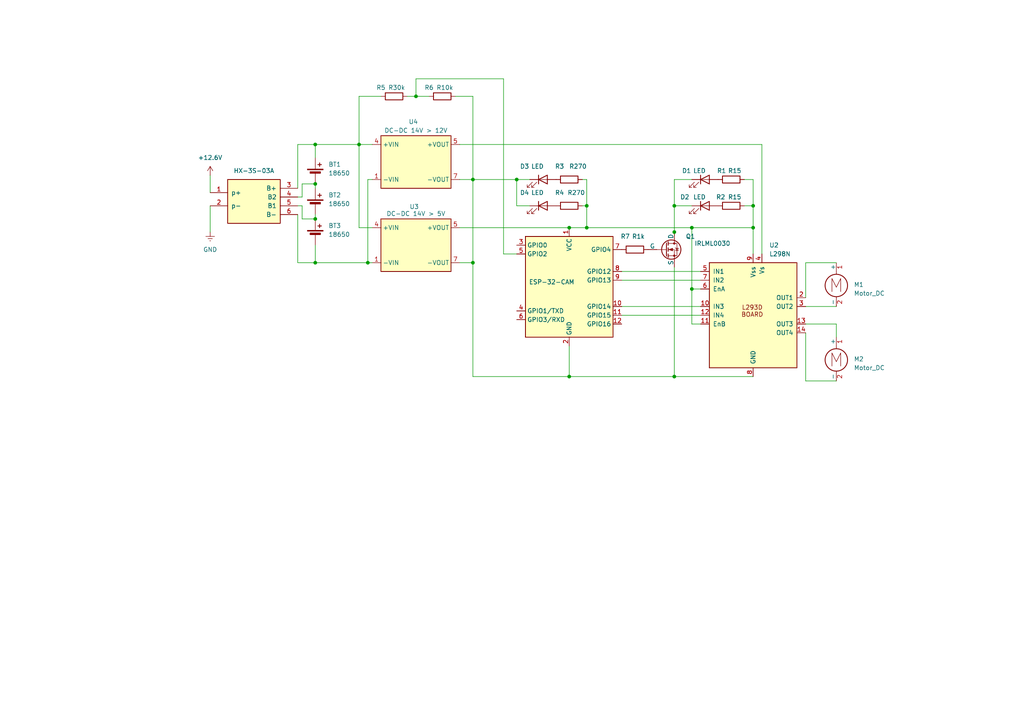
<source format=kicad_sch>
(kicad_sch (version 20250114) (generator "eeschema") (generator_version "9.0")
  (paper "A4")
  (lib_symbols
    (symbol "Battery_Management:BMS_3S_[custom]" (pin_names (offset 1.016))
      (property "Reference" "HX-3S-03" (at 0 7.62 0))
      (symbol "BMS_3S_[custom]_1_0"
        (pin input line (at -12.7 1.27 0) (length 5.08) (name "p+") (number "1"))
        (pin input line (at -12.7 -2.54 0) (length 5.08) (name "p-") (number "2"))
        (pin output line (at 12.7 2.54 180) (length 5.08) (name "B+") (number "3"))
        (pin output line (at 12.7 0 180) (length 5.08) (name "B2") (number "4"))
        (pin output line (at 12.7 -2.54 180) (length 5.08) (name "B1") (number "5"))
        (pin output line (at 12.7 -5.08 180) (length 5.08) (name "B-") (number "6"))
      )
      (symbol "BMS_3S_[custom]_1_1"
        (rectangle (start -7.62 5.08) (end 7.62 -7.62) (stroke (width 0.254)) (fill (type background)))
      )
      (symbol "BMS_3S_[custom]_2_0"
        (pin input clock (at -12.7 0 0) (length 5.08) (name "CK") (number "9"))
        (pin input line (at -12.7 -2.54 0) (length 5.08) (name "Reset") (number "15"))
        (pin input line (at -12.7 -5.08 0) (length 5.08) (name "Enable") (number "10"))
        (pin output line (at 12.7 2.54 180) (length 5.08) (name "Q1") (number "11"))
        (pin output line (at 12.7 0 180) (length 5.08) (name "Q2") (number "12"))
        (pin output line (at 12.7 -2.54 180) (length 5.08) (name "Q3") (number "13"))
        (pin output line (at 12.7 -5.08 180) (length 5.08) (name "Q4") (number "14"))
      )
      (symbol "BMS_3S_[custom]_2_1"
        (rectangle (start -7.62 5.08) (end 7.62 -7.62) (stroke (width 0.254)) (fill (type background)))
      )
      (symbol "BMS_3S_[custom]_3_0"
        (pin power_in line (at 0 12.7 270) (length 5.08) (name "VDD") (number "16"))
        (pin power_in line (at 0 -12.7 90) (length 5.08) (name "VSS") (number "8"))
      )
      (symbol "BMS_3S_[custom]_3_1"
        (rectangle (start -5.08 7.62) (end 5.08 -7.62) (stroke (width 0.254)) (fill (type background)))
      )
    )
    (symbol "Device:Battery_Cell" (pin_numbers (hide yes)) (pin_names (offset 0) (hide yes))
      (property "Reference" "BT" (at 2.54 2.54 0))
      (property "Value" "Battery_Cell" (at 2.54 0 0))
      (symbol "Battery_Cell_0_1"
        (rectangle (start -2.286 1.778) (end 2.286 1.524) (fill (type outline)))
        (rectangle (start -1.524 1.016) (end 1.524 0.508) (fill (type outline)))
        (polyline (pts (xy 0 1.778) (xy 0 2.54)))
        (polyline (pts (xy 0 0.762) (xy 0 0)))
        (polyline (pts (xy 0.762 3.048) (xy 1.778 3.048)) (stroke (width 0.254)))
        (polyline (pts (xy 1.27 3.556) (xy 1.27 2.54)) (stroke (width 0.254)))
      )
      (symbol "Battery_Cell_1_1"
        (pin passive line (at 0 5.08 270) (length 2.54) (name "+") (number "1"))
        (pin passive line (at 0 -2.54 90) (length 2.54) (name "-") (number "2"))
      )
    )
    (symbol "Device:LED" (pin_numbers (hide yes)) (pin_names (offset 1.016) (hide yes))
      (property "Reference" "D" (at 0 2.54 0))
      (property "Value" "LED" (at 0 -2.54 0))
      (symbol "LED_0_1"
        (polyline (pts (xy -3.048 -0.762) (xy -4.572 -2.286) (xy -3.81 -2.286) (xy -4.572 -2.286) (xy -4.572 -1.524)))
        (polyline (pts (xy -1.778 -0.762) (xy -3.302 -2.286) (xy -2.54 -2.286) (xy -3.302 -2.286) (xy -3.302 -1.524)))
        (polyline (pts (xy -1.27 0) (xy 1.27 0)))
        (polyline (pts (xy -1.27 -1.27) (xy -1.27 1.27)) (stroke (width 0.254)))
        (polyline (pts (xy 1.27 -1.27) (xy 1.27 1.27) (xy -1.27 0) (xy 1.27 -1.27)) (stroke (width 0.254)))
      )
      (symbol "LED_1_1"
        (pin passive line (at -3.81 0 0) (length 2.54) (name "K") (number "1"))
        (pin passive line (at 3.81 0 180) (length 2.54) (name "A") (number "2"))
      )
    )
    (symbol "Device:R" (pin_numbers (hide yes)) (pin_names (offset 0))
      (property "Reference" "R" (at 2.032 0 90))
      (property "Value" "R" (at 0 0 90))
      (symbol "R_0_1"
        (rectangle (start -1.016 -2.54) (end 1.016 2.54) (stroke (width 0.254)))
      )
      (symbol "R_1_1"
        (pin passive line (at 0 3.81 270) (length 1.27) (name "~") (number "1"))
        (pin passive line (at 0 -3.81 90) (length 1.27) (name "~") (number "2"))
      )
    )
    (symbol "Driver_Motor:L298N" (pin_names (offset 1.016))
      (property "Reference" "U2" (at 4.6833 20.32 0))
      (property "Value" "L298N" (at 4.6833 17.78 0))
      (symbol "L298N_0_1"
        (rectangle (start -12.7 15.24) (end 12.7 -15.24) (stroke (width 0.254)) (fill (type background)))
      )
      (symbol "L298N_1_1"
        (text "L293D\nBOARD" (at -0.254 1.27 0) (effects (font (size 1.27 1.27))))
        (pin input line (at -15.24 12.7 0) (length 2.54) (name "IN1") (number "5"))
        (pin input line (at -15.24 10.16 0) (length 2.54) (name "IN2") (number "7"))
        (pin input line (at -15.24 7.62 0) (length 2.54) (name "EnA") (number "6"))
        (pin input line (at -15.24 2.54 0) (length 2.54) (name "IN3") (number "10"))
        (pin input line (at -15.24 0 0) (length 2.54) (name "IN4") (number "12"))
        (pin input line (at -15.24 -2.54 0) (length 2.54) (name "EnB") (number "11"))
        (pin power_in line (at 0 17.78 270) (length 2.54) (name "Vss") (number "9"))
        (pin power_in line (at 0 -17.78 90) (length 2.54) (name "GND") (number "8"))
        (pin power_in line (at 2.54 17.78 270) (length 2.54) (name "Vs") (number "4"))
        (pin output line (at 15.24 5.08 180) (length 2.54) (name "OUT1") (number "2"))
        (pin output line (at 15.24 2.54 180) (length 2.54) (name "OUT2") (number "3"))
        (pin output line (at 15.24 -2.54 180) (length 2.54) (name "OUT3") (number "13"))
        (pin output line (at 15.24 -5.08 180) (length 2.54) (name "OUT4") (number "14"))
      )
    )
    (symbol "MCU_Espressif:ESP-32-CAM_[custom]"
      (property "Value" "ESP-32-CAM" (at 1.524 4.572 0))
      (symbol "ESP-32-CAM_[custom]_0_1"
        (rectangle (start -12.7 17.78) (end 12.7 -11.43) (stroke (width 0.254)) (fill (type background)))
      )
      (symbol "ESP-32-CAM_[custom]_1_1"
        (pin bidirectional line (at -15.24 15.24 0) (length 2.54) (name "GPIO0") (number "3"))
        (pin bidirectional line (at -15.24 12.7 0) (length 2.54) (name "GPIO2") (number "5"))
        (pin bidirectional line (at -15.24 -3.81 0) (length 2.54) (name "GPIO1/TXD") (number "4"))
        (pin bidirectional line (at -15.24 -6.35 0) (length 2.54) (name "GPIO3/RXD") (number "6"))
        (pin power_in line (at 0 20.32 270) (length 2.54) (name "VCC") (number "1"))
        (pin power_in line (at 0 -13.97 90) (length 2.54) (name "GND") (number "2"))
        (pin bidirectional line (at 15.24 13.97 180) (length 2.54) (name "GPIO4") (number "7"))
        (pin bidirectional line (at 15.24 7.62 180) (length 2.54) (name "GPIO12") (number "8"))
        (pin bidirectional line (at 15.24 5.08 180) (length 2.54) (name "GPIO13") (number "9"))
        (pin bidirectional line (at 15.24 -2.54 180) (length 2.54) (name "GPIO14") (number "10"))
        (pin bidirectional line (at 15.24 -5.08 180) (length 2.54) (name "GPIO15") (number "11"))
        (pin bidirectional line (at 15.24 -7.62 180) (length 2.54) (name "GPIO16") (number "12"))
      )
    )
    (symbol "Motor:Motor_DC" (pin_names (offset 0))
      (property "Reference" "M" (at 2.54 2.54 0))
      (property "Value" "Motor_DC" (at 2.54 -5.08 0))
      (symbol "Motor_DC_0_0"
        (polyline (pts (xy -1.27 -3.302) (xy -1.27 0.508) (xy 0 -2.032) (xy 1.27 0.508) (xy 1.27 -3.302)))
      )
      (symbol "Motor_DC_0_1"
        (polyline (pts (xy 0 2.032) (xy 0 2.54)))
        (polyline (pts (xy 0 1.7272) (xy 0 2.0828)))
        (circle (center 0 -1.524) (radius 3.2512) (stroke (width 0.254)))
        (polyline (pts (xy 0 -4.7752) (xy 0 -5.1816)))
        (polyline (pts (xy 0 -7.62) (xy 0 -7.112)))
      )
      (symbol "Motor_DC_1_1"
        (pin passive line (at 0 5.08 270) (length 2.54) (name "+") (number "1"))
        (pin passive line (at 0 -7.62 90) (length 2.54) (name "-") (number "2"))
      )
    )
    (symbol "Regulator_Switching:DC-DC_Converter_14-12[custom]"
      (property "Reference" "U" (at -8.89 8.89 0))
      (property "Value" "DC-DC" (at 2.54 8.89 0))
      (symbol "DC-DC_Converter_14-12[custom]_0_1"
        (rectangle (start -10.16 7.62) (end 10.16 -7.62) (stroke (width 0.254)) (fill (type background)))
      )
      (symbol "DC-DC_Converter_14-12[custom]_1_1"
        (pin power_in line (at -12.7 5.08 0) (length 2.54) (name "+VIN") (number "4"))
        (pin power_in line (at -12.7 -5.08 0) (length 2.54) (name "-VIN") (number "1"))
        (pin power_out line (at 12.7 5.08 180) (length 2.54) (name "+VOUT") (number "5"))
        (pin power_out line (at 12.7 -5.08 180) (length 2.54) (name "-VOUT") (number "7"))
      )
    )
    (symbol "Regulator_Switching:DC-DC_Converter_[custom]"
      (property "Reference" "U" (at -8.89 8.89 0))
      (property "Value" "DC-DC" (at 2.54 8.89 0))
      (symbol "DC-DC_Converter_[custom]_0_1"
        (rectangle (start -10.16 7.62) (end 10.16 -7.62) (stroke (width 0.254)) (fill (type background)))
      )
      (symbol "DC-DC_Converter_[custom]_1_1"
        (pin power_in line (at -12.7 5.08 0) (length 2.54) (name "+VIN") (number "4"))
        (pin power_in line (at -12.7 -5.08 0) (length 2.54) (name "-VIN") (number "1"))
        (pin power_out line (at 12.7 5.08 180) (length 2.54) (name "+VOUT") (number "5"))
        (pin power_out line (at 12.7 -5.08 180) (length 2.54) (name "-VOUT") (number "7"))
      )
    )
    (symbol "Simulation_SPICE:NMOS" (pin_numbers (hide yes)) (pin_names (offset 0))
      (property "Reference" "Q" (at 5.08 1.27 0))
      (property "Value" "NMOS" (at 5.08 -1.27 0))
      (symbol "NMOS_0_1"
        (polyline (pts (xy 0.254 1.905) (xy 0.254 -1.905)) (stroke (width 0.254)))
        (polyline (pts (xy 0.254 0) (xy -2.54 0)))
        (polyline (pts (xy 0.762 2.286) (xy 0.762 1.27)) (stroke (width 0.254)))
        (polyline (pts (xy 0.762 0.508) (xy 0.762 -0.508)) (stroke (width 0.254)))
        (polyline (pts (xy 0.762 -1.27) (xy 0.762 -2.286)) (stroke (width 0.254)))
        (polyline (pts (xy 0.762 -1.778) (xy 3.302 -1.778) (xy 3.302 1.778) (xy 0.762 1.778)))
        (polyline (pts (xy 1.016 0) (xy 2.032 0.381) (xy 2.032 -0.381) (xy 1.016 0)) (fill (type outline)))
        (circle (center 1.651 0) (radius 2.794) (stroke (width 0.254)))
        (polyline (pts (xy 2.54 2.54) (xy 2.54 1.778)))
        (circle (center 2.54 1.778) (radius 0.254) (fill (type outline)))
        (circle (center 2.54 -1.778) (radius 0.254) (fill (type outline)))
        (polyline (pts (xy 2.54 -2.54) (xy 2.54 0) (xy 0.762 0)))
        (polyline (pts (xy 2.794 0.508) (xy 2.921 0.381) (xy 3.683 0.381) (xy 3.81 0.254)))
        (polyline (pts (xy 3.302 0.381) (xy 2.921 -0.254) (xy 3.683 -0.254) (xy 3.302 0.381)))
      )
      (symbol "NMOS_1_1"
        (pin input line (at -5.08 0 0) (length 2.54) (name "G") (number "2"))
        (pin passive line (at 2.54 5.08 270) (length 2.54) (name "D") (number "1"))
        (pin passive line (at 2.54 -5.08 90) (length 2.54) (name "S") (number "3"))
      )
    )
    (symbol "power:+12V" (power) (pin_numbers (hide yes)) (pin_names (offset 0) (hide yes))
      (property "Value" "+12V" (at 0 3.556 0))
      (symbol "+12V_0_1"
        (polyline (pts (xy -0.762 1.27) (xy 0 2.54)))
        (polyline (pts (xy 0 2.54) (xy 0.762 1.27)))
        (polyline (pts (xy 0 0) (xy 0 2.54)))
      )
      (symbol "+12V_1_1"
        (pin power_in line (at 0 0 90) (length 0) (name "~") (number "1"))
      )
    )
    (symbol "power:Earth" (power) (pin_numbers (hide yes)) (pin_names (offset 0) (hide yes))
      (property "Value" "Earth" (at 0 -3.81 0))
      (symbol "Earth_0_1"
        (polyline (pts (xy -0.635 -1.905) (xy 0.635 -1.905)))
        (polyline (pts (xy -0.127 -2.54) (xy 0.127 -2.54)))
        (polyline (pts (xy 0 -1.27) (xy 0 0)))
        (polyline (pts (xy 1.27 -1.27) (xy -1.27 -1.27)))
      )
      (symbol "Earth_1_1"
        (pin power_in line (at 0 0 270) (length 0) (name "~") (number "1"))
      )
    )
  )
  (junction (at 165.1 109.22))
  (junction (at 106.68 76.2))
  (junction (at 149.86 52.07))
  (junction (at 170.18 66.04))
  (junction (at 137.16 52.07))
  (junction (at 218.44 66.04))
  (junction (at 170.18 59.69))
  (junction (at 137.16 76.2))
  (junction (at 195.58 59.69))
  (junction (at 91.44 41.91))
  (junction (at 195.58 67.31))
  (junction (at 200.66 66.04))
  (junction (at 218.44 59.69))
  (junction (at 104.14 41.91))
  (junction (at 165.1 66.04))
  (junction (at 91.44 76.2))
  (junction (at 91.44 53.34))
  (junction (at 200.66 83.82))
  (junction (at 120.65 27.94))
  (junction (at 195.58 109.22))
  (junction (at 91.44 63.5))
  (wire (pts (xy 215.9 59.69) (xy 218.44 59.69)))
  (wire (pts (xy 91.44 62.23) (xy 91.44 63.5)))
  (wire (pts (xy 195.58 59.69) (xy 200.66 59.69)))
  (wire (pts (xy 170.18 66.04) (xy 165.1 66.04)))
  (wire (pts (xy 195.58 68.58) (xy 195.58 67.31)))
  (wire (pts (xy 220.98 73.66) (xy 220.98 41.91)))
  (wire (pts (xy 170.18 59.69) (xy 170.18 66.04)))
  (wire (pts (xy 218.44 52.07) (xy 218.44 59.69)))
  (wire (pts (xy 233.68 110.49) (xy 242.57 110.49)))
  (wire (pts (xy 104.14 41.91) (xy 104.14 66.04)))
  (wire (pts (xy 168.91 59.69) (xy 170.18 59.69)))
  (wire (pts (xy 137.16 52.07) (xy 149.86 52.07)))
  (wire (pts (xy 106.68 52.07) (xy 106.68 76.2)))
  (wire (pts (xy 107.95 66.04) (xy 104.14 66.04)))
  (wire (pts (xy 110.49 27.94) (xy 104.14 27.94)))
  (wire (pts (xy 180.34 88.9) (xy 203.2 88.9)))
  (wire (pts (xy 195.58 59.69) (xy 195.58 67.31)))
  (wire (pts (xy 87.63 53.34) (xy 91.44 53.34)))
  (wire (pts (xy 180.34 78.74) (xy 203.2 78.74)))
  (wire (pts (xy 91.44 76.2) (xy 106.68 76.2)))
  (wire (pts (xy 86.36 41.91) (xy 91.44 41.91)))
  (wire (pts (xy 91.44 71.12) (xy 91.44 76.2)))
  (wire (pts (xy 137.16 76.2) (xy 133.35 76.2)))
  (wire (pts (xy 137.16 76.2) (xy 137.16 109.22)))
  (wire (pts (xy 195.58 52.07) (xy 195.58 59.69)))
  (wire (pts (xy 91.44 41.91) (xy 104.14 41.91)))
  (wire (pts (xy 170.18 52.07) (xy 170.18 59.69)))
  (wire (pts (xy 133.35 66.04) (xy 165.1 66.04)))
  (wire (pts (xy 120.65 22.86) (xy 146.05 22.86)))
  (wire (pts (xy 137.16 27.94) (xy 137.16 52.07)))
  (wire (pts (xy 165.1 100.33) (xy 165.1 109.22)))
  (wire (pts (xy 242.57 93.98) (xy 242.57 97.79)))
  (wire (pts (xy 86.36 62.23) (xy 86.36 76.2)))
  (wire (pts (xy 137.16 109.22) (xy 165.1 109.22)))
  (wire (pts (xy 118.11 27.94) (xy 120.65 27.94)))
  (wire (pts (xy 200.66 66.04) (xy 218.44 66.04)))
  (wire (pts (xy 203.2 83.82) (xy 200.66 83.82)))
  (wire (pts (xy 87.63 57.15) (xy 87.63 53.34)))
  (wire (pts (xy 107.95 76.2) (xy 106.68 76.2)))
  (wire (pts (xy 233.68 96.52) (xy 233.68 110.49)))
  (wire (pts (xy 165.1 109.22) (xy 195.58 109.22)))
  (wire (pts (xy 149.86 52.07) (xy 153.67 52.07)))
  (wire (pts (xy 104.14 27.94) (xy 104.14 41.91)))
  (wire (pts (xy 218.44 66.04) (xy 218.44 59.69)))
  (wire (pts (xy 168.91 52.07) (xy 170.18 52.07)))
  (wire (pts (xy 149.86 59.69) (xy 149.86 52.07)))
  (wire (pts (xy 104.14 41.91) (xy 107.95 41.91)))
  (wire (pts (xy 120.65 27.94) (xy 120.65 22.86)))
  (wire (pts (xy 87.63 59.69) (xy 87.63 63.5)))
  (wire (pts (xy 195.58 52.07) (xy 200.66 52.07)))
  (wire (pts (xy 233.68 93.98) (xy 242.57 93.98)))
  (wire (pts (xy 200.66 83.82) (xy 200.66 93.98)))
  (wire (pts (xy 153.67 59.69) (xy 149.86 59.69)))
  (wire (pts (xy 60.96 59.69) (xy 60.96 67.31)))
  (wire (pts (xy 180.34 81.28) (xy 203.2 81.28)))
  (wire (pts (xy 200.66 66.04) (xy 200.66 83.82)))
  (wire (pts (xy 203.2 93.98) (xy 200.66 93.98)))
  (wire (pts (xy 60.96 50.8) (xy 60.96 55.88)))
  (wire (pts (xy 137.16 52.07) (xy 137.16 76.2)))
  (wire (pts (xy 86.36 54.61) (xy 86.36 41.91)))
  (wire (pts (xy 146.05 22.86) (xy 146.05 73.66)))
  (wire (pts (xy 195.58 109.22) (xy 218.44 109.22)))
  (wire (pts (xy 242.57 76.2) (xy 233.68 76.2)))
  (wire (pts (xy 180.34 91.44) (xy 203.2 91.44)))
  (wire (pts (xy 86.36 57.15) (xy 87.63 57.15)))
  (wire (pts (xy 133.35 41.91) (xy 220.98 41.91)))
  (wire (pts (xy 195.58 77.47) (xy 195.58 109.22)))
  (wire (pts (xy 132.08 27.94) (xy 137.16 27.94)))
  (wire (pts (xy 91.44 53.34) (xy 91.44 54.61)))
  (wire (pts (xy 146.05 73.66) (xy 149.86 73.66)))
  (wire (pts (xy 120.65 27.94) (xy 124.46 27.94)))
  (wire (pts (xy 233.68 88.9) (xy 242.57 88.9)))
  (wire (pts (xy 86.36 59.69) (xy 87.63 59.69)))
  (wire (pts (xy 91.44 45.72) (xy 91.44 41.91)))
  (wire (pts (xy 218.44 73.66) (xy 218.44 66.04)))
  (wire (pts (xy 107.95 52.07) (xy 106.68 52.07)))
  (wire (pts (xy 133.35 52.07) (xy 137.16 52.07)))
  (wire (pts (xy 86.36 76.2) (xy 91.44 76.2)))
  (wire (pts (xy 170.18 66.04) (xy 200.66 66.04)))
  (wire (pts (xy 215.9 52.07) (xy 218.44 52.07)))
  (wire (pts (xy 87.63 63.5) (xy 91.44 63.5)))
  (wire (pts (xy 233.68 76.2) (xy 233.68 86.36)))
  (symbol (lib_id "Regulator_Switching:DC-DC_Converter_[custom]") (at 120.65 71.12 0) (unit 1)
    (property "Reference" "U3" (at 120.142 59.944 0))
    (property "Value" "DC-DC 14V > 5V" (at 120.65 61.976 0))
    (property "Description" "12V to 5V" (effects (hide yes)))
  )
  (symbol (lib_id "Device:LED") (at 157.48 52.07 0) (unit 1)
    (property "Reference" "D3" (at 152.146 48.26 0))
    (property "Value" "LED" (at 155.8925 48.26 0))
    (property "Description" "Light emitting diode" (effects (hide yes)))
    (property "Sim.Pins" "1=K 2=A" (effects (hide yes)))
  )
  (symbol (lib_id "Driver_Motor:L298N") (at 218.44 91.44 0) (unit 1)
    (property "Reference" "U2" (at 223.1233 71.12 0) (effects (justify left)))
    (property "Value" "L298N" (at 223.1233 73.66 0) (effects (justify left)))
    (property "Footprint" "Package_TO_SOT_THT:TO-220-15_P2.54x2.54mm_StaggerOdd_Lead4.58mm_Vertical" (effects (hide yes)))
    (property "Datasheet" "http://www.st.com/st-web-ui/static/active/en/resource/technical/document/datasheet/CD00000240.pdf" (effects (hide yes)))
    (property "Description" "Dual full bridge motor driver, up to 46V, 4A, Multiwatt15-V" (effects (hide yes)))
  )
  (symbol (lib_id "Device:R") (at 128.27 27.94 270) (unit 1)
    (property "Reference" "R6" (at 124.46 25.4 90))
    (property "Value" "R10k" (at 129.032 25.4 90))
    (property "Description" "Resistor" (effects (hide yes)))
  )
  (symbol (lib_id "Motor:Motor_DC") (at 242.57 81.28 0) (unit 1)
    (property "Reference" "M1" (at 247.65 82.5499 0) (effects (justify left)))
    (property "Value" "Motor_DC" (at 247.65 85.0899 0) (effects (justify left)))
    (property "Description" "DC Motor" (effects (hide yes)))
  )
  (symbol (lib_id "Device:R") (at 165.1 52.07 270) (unit 1)
    (property "Reference" "R3" (at 162.306 48.26 90))
    (property "Value" "R270" (at 167.64 48.26 90))
    (property "Description" "Resistor" (effects (hide yes)))
  )
  (symbol (lib_id "Device:R") (at 165.1 59.69 270) (unit 1)
    (property "Reference" "R4" (at 162.306 55.88 90))
    (property "Value" "R270" (at 167.132 55.88 90))
    (property "Description" "Resistor" (effects (hide yes)))
  )
  (symbol (lib_id "Device:R") (at 184.15 72.39 270) (unit 1)
    (property "Reference" "R7" (at 181.356 68.58 90))
    (property "Value" "R1k" (at 185.166 68.58 90))
    (property "Description" "Resistor" (effects (hide yes)))
  )
  (symbol (lib_id "Device:R") (at 114.3 27.94 270) (unit 1)
    (property "Reference" "R5" (at 110.49 25.4 90))
    (property "Value" "R30k" (at 115.062 25.4 90))
    (property "Description" "Resistor" (effects (hide yes)))
  )
  (symbol (lib_id "Device:R") (at 212.09 52.07 270) (unit 1)
    (property "Reference" "R1" (at 209.296 49.53 90))
    (property "Value" "R15" (at 213.106 49.53 90))
    (property "Description" "Resistor" (effects (hide yes)))
  )
  (symbol (lib_id "Regulator_Switching:DC-DC_Converter_14-12[custom]") (at 120.65 46.99 0) (unit 1)
    (property "Reference" "U4" (at 119.888 35.306 0))
    (property "Value" "DC-DC 14V > 12V" (at 120.65 37.846 0))
    (property "Description" "14V to 12V" (effects (hide yes)))
  )
  (symbol (lib_id "Battery_Management:BMS_3S_[custom]") (at 73.66 57.15 0) (unit 1)
    (property "Reference" "HX-3S-03" (at 73.66 49.53 0))
    (property "Value" "BMS_3S_[custom]" (effects (hide yes)))
    (property "Description" "Dual Binary Up-Counter" (effects (hide yes)))
  )
  (symbol (lib_id "Simulation_SPICE:NMOS") (at 193.04 72.39 0) (unit 1)
    (property "Reference" "Q1" (at 198.882 68.58 0) (effects (justify left)))
    (property "Value" "IRLML0030" (at 201.422 70.612 0) (effects (justify left)))
    (property "Datasheet" "https://ngspice.sourceforge.io/docs/ngspice-html-manual/manual.xhtml#cha_MOSFETs" (effects (hide yes)))
    (property "Description" "N-MOSFET transistor, drain/source/gate" (effects (hide yes)))
    (property "Sim.Device" "NMOS" (effects (hide yes)))
    (property "Sim.Type" "VDMOS" (effects (hide yes)))
    (property "Sim.Pins" "1=D 2=G 3=S" (effects (hide yes)))
  )
  (symbol (lib_id "power:Earth") (at 60.96 67.31 0) (unit 1)
    (property "Reference" "#PWR02" (effects (hide yes)))
    (property "Value" "GND" (at 60.96 72.39 0))
    (property "Description" "Power symbol creates a global label with name \"Earth\"" (effects (hide yes)))
  )
  (symbol (lib_id "Device:LED") (at 204.47 52.07 0) (unit 1)
    (property "Reference" "D1" (at 199.136 49.53 0))
    (property "Value" "LED" (at 202.8825 49.53 0))
    (property "Description" "Light emitting diode" (effects (hide yes)))
    (property "Sim.Pins" "1=K 2=A" (effects (hide yes)))
  )
  (symbol (lib_id "Motor:Motor_DC") (at 242.57 102.87 0) (unit 1)
    (property "Reference" "M2" (at 247.65 104.1399 0) (effects (justify left)))
    (property "Value" "Motor_DC" (at 247.65 106.6799 0) (effects (justify left)))
    (property "Description" "DC Motor" (effects (hide yes)))
  )
  (symbol (lib_id "Device:LED") (at 157.48 59.69 0) (unit 1)
    (property "Reference" "D4" (at 152.146 55.88 0))
    (property "Value" "LED" (at 155.8925 55.88 0))
    (property "Description" "Light emitting diode" (effects (hide yes)))
    (property "Sim.Pins" "1=K 2=A" (effects (hide yes)))
  )
  (symbol (lib_id "Device:Battery_Cell") (at 91.44 59.69 0) (unit 1)
    (property "Reference" "BT2" (at 95.25 56.5784 0) (effects (justify left)))
    (property "Value" "18650" (at 95.25 59.1184 0) (effects (justify left)))
    (property "Description" "Single-cell battery" (effects (hide yes)))
  )
  (symbol (lib_id "Device:R") (at 212.09 59.69 270) (unit 1)
    (property "Reference" "R2" (at 209.042 57.15 90))
    (property "Value" "R15" (at 213.106 57.15 90))
    (property "Description" "Resistor" (effects (hide yes)))
  )
  (symbol (lib_id "power:+12V") (at 60.96 50.8 0) (unit 1)
    (property "Reference" "#PWR01" (effects (hide yes)))
    (property "Value" "+12.6V" (at 60.96 45.72 0))
    (property "Description" "Power symbol creates a global label with name \"+12V\"" (effects (hide yes)))
  )
  (symbol (lib_id "MCU_Espressif:ESP-32-CAM_[custom]") (at 165.1 86.36 0) (unit 1)
    (property "Reference" "U1" (effects (hide yes)))
    (property "Value" "ESP-32-CAM" (at 166.624 81.788 0) (effects (justify right)))
    (property "Footprint" "RF_Module:ESP-07" (effects (hide yes)))
    (property "Datasheet" "http://wiki.ai-thinker.com/_media/esp8266/esp8266_series_modules_user_manual_v1.1.pdf" (effects (hide yes)))
    (property "Description" "802.11 b/g/n Wi-Fi Module" (effects (hide yes)))
  )
  (symbol (lib_id "Device:Battery_Cell") (at 91.44 50.8 0) (unit 1)
    (property "Reference" "BT1" (at 95.25 47.6884 0) (effects (justify left)))
    (property "Value" "18650" (at 95.25 50.2284 0) (effects (justify left)))
    (property "Description" "Single-cell battery" (effects (hide yes)))
  )
  (symbol (lib_id "Device:LED") (at 204.47 59.69 0) (unit 1)
    (property "Reference" "D2" (at 198.628 57.15 0))
    (property "Value" "LED" (at 202.8825 57.15 0))
    (property "Description" "Light emitting diode" (effects (hide yes)))
    (property "Sim.Pins" "1=K 2=A" (effects (hide yes)))
  )
  (symbol (lib_id "Device:Battery_Cell") (at 91.44 68.58 0) (unit 1)
    (property "Reference" "BT3" (at 95.25 65.4684 0) (effects (justify left)))
    (property "Value" "18650" (at 95.25 68.0084 0) (effects (justify left)))
    (property "Description" "Single-cell battery" (effects (hide yes)))
  )
)
</source>
